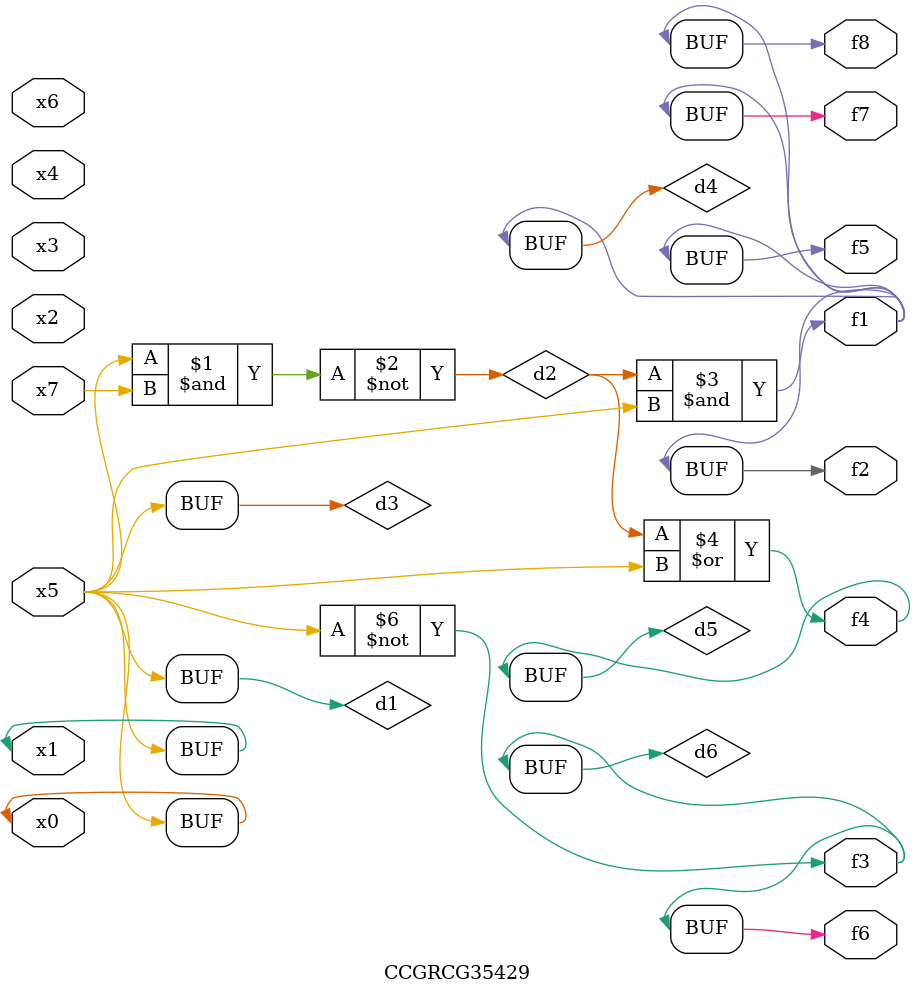
<source format=v>
module CCGRCG35429(
	input x0, x1, x2, x3, x4, x5, x6, x7,
	output f1, f2, f3, f4, f5, f6, f7, f8
);

	wire d1, d2, d3, d4, d5, d6;

	buf (d1, x0, x5);
	nand (d2, x5, x7);
	buf (d3, x0, x1);
	and (d4, d2, d3);
	or (d5, d2, d3);
	nor (d6, d1, d3);
	assign f1 = d4;
	assign f2 = d4;
	assign f3 = d6;
	assign f4 = d5;
	assign f5 = d4;
	assign f6 = d6;
	assign f7 = d4;
	assign f8 = d4;
endmodule

</source>
